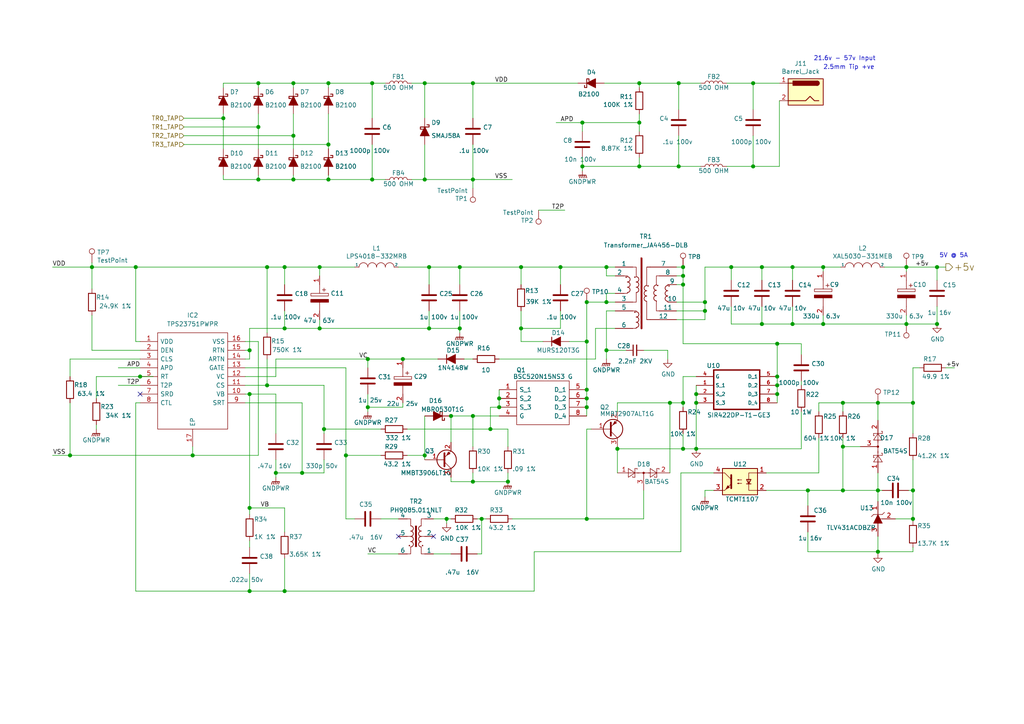
<source format=kicad_sch>
(kicad_sch (version 20201015) (generator eeschema)
  (page 1 8)
  (paper "A4")
  (title_block (title "AP3000v3") (date "2020-10-27") (rev "1") (company "(c) ISis ImageStream Internet Solutions 2020") (comment 1 "www.imagestream.com"))
  (junction (at 20.32 132.08) (diameter 1.016))
  (junction (at 26.67 77.47) (diameter 1.016))
  (junction (at 39.37 77.47) (diameter 1.016))
  (junction (at 40.64 109.22) (diameter 1.016))
  (junction (at 55.88 132.08) (diameter 1.016))
  (junction (at 64.77 34.29) (diameter 1.016))
  (junction (at 72.39 101.6) (diameter 1.016))
  (junction (at 72.39 114.3) (diameter 1.016))
  (junction (at 72.39 147.32) (diameter 1.016))
  (junction (at 72.39 171.45) (diameter 1.016))
  (junction (at 74.93 24.13) (diameter 1.016))
  (junction (at 74.93 36.83) (diameter 1.016))
  (junction (at 74.93 52.07) (diameter 1.016))
  (junction (at 77.47 77.47) (diameter 1.016))
  (junction (at 77.47 111.76) (diameter 1.016))
  (junction (at 80.01 137.16) (diameter 1.016))
  (junction (at 82.55 77.47) (diameter 1.016))
  (junction (at 82.55 95.25) (diameter 1.016))
  (junction (at 82.55 171.45) (diameter 1.016))
  (junction (at 85.09 24.13) (diameter 1.016))
  (junction (at 85.09 39.37) (diameter 1.016))
  (junction (at 85.09 52.07) (diameter 1.016))
  (junction (at 87.63 137.16) (diameter 1.016))
  (junction (at 92.71 77.47) (diameter 1.016))
  (junction (at 92.71 95.25) (diameter 1.016))
  (junction (at 93.98 124.46) (diameter 1.016))
  (junction (at 95.25 24.13) (diameter 1.016))
  (junction (at 95.25 41.91) (diameter 1.016))
  (junction (at 95.25 52.07) (diameter 1.016))
  (junction (at 100.33 132.08) (diameter 1.016))
  (junction (at 106.68 104.14) (diameter 1.016))
  (junction (at 106.68 118.11) (diameter 1.016))
  (junction (at 107.95 24.13) (diameter 1.016))
  (junction (at 107.95 52.07) (diameter 1.016))
  (junction (at 116.84 104.14) (diameter 1.016))
  (junction (at 123.19 24.13) (diameter 1.016))
  (junction (at 123.19 52.07) (diameter 1.016))
  (junction (at 123.19 132.08) (diameter 1.016))
  (junction (at 124.46 77.47) (diameter 1.016))
  (junction (at 124.46 95.25) (diameter 1.016))
  (junction (at 129.54 150.495) (diameter 1.016))
  (junction (at 130.81 120.65) (diameter 1.016))
  (junction (at 133.35 77.47) (diameter 1.016))
  (junction (at 133.35 95.25) (diameter 1.016))
  (junction (at 137.16 24.13) (diameter 1.016))
  (junction (at 137.16 52.07) (diameter 1.016))
  (junction (at 137.16 120.65) (diameter 1.016))
  (junction (at 137.16 139.7) (diameter 1.016))
  (junction (at 139.7 150.495) (diameter 1.016))
  (junction (at 142.24 124.46) (diameter 1.016))
  (junction (at 144.78 115.57) (diameter 1.016))
  (junction (at 144.78 118.11) (diameter 1.016))
  (junction (at 147.32 139.7) (diameter 1.016))
  (junction (at 151.13 77.47) (diameter 1.016))
  (junction (at 151.13 95.25) (diameter 1.016))
  (junction (at 162.56 77.47) (diameter 1.016))
  (junction (at 168.91 35.56) (diameter 1.016))
  (junction (at 168.91 48.26) (diameter 1.016))
  (junction (at 170.18 87.63) (diameter 1.016))
  (junction (at 170.18 99.06) (diameter 1.016))
  (junction (at 170.18 113.03) (diameter 1.016))
  (junction (at 170.18 115.57) (diameter 1.016))
  (junction (at 170.18 118.11) (diameter 1.016))
  (junction (at 170.18 150.495) (diameter 1.016))
  (junction (at 175.895 77.47) (diameter 1.016))
  (junction (at 175.895 87.63) (diameter 1.016))
  (junction (at 175.895 101.6) (diameter 1.016))
  (junction (at 179.07 130.175) (diameter 1.016))
  (junction (at 185.42 24.13) (diameter 1.016))
  (junction (at 185.42 35.56) (diameter 1.016))
  (junction (at 185.42 48.26) (diameter 1.016))
  (junction (at 194.31 116.84) (diameter 1.016))
  (junction (at 196.85 24.13) (diameter 1.016))
  (junction (at 196.85 48.26) (diameter 1.016))
  (junction (at 198.12 77.47) (diameter 1.016))
  (junction (at 198.12 80.01) (diameter 1.016))
  (junction (at 198.12 82.55) (diameter 1.016))
  (junction (at 198.12 116.84) (diameter 1.016))
  (junction (at 198.12 130.175) (diameter 1.016))
  (junction (at 201.93 114.3) (diameter 1.016))
  (junction (at 201.93 116.84) (diameter 1.016))
  (junction (at 201.93 130.175) (diameter 1.016))
  (junction (at 204.47 87.63) (diameter 1.016))
  (junction (at 204.47 90.17) (diameter 1.016))
  (junction (at 212.09 77.47) (diameter 1.016))
  (junction (at 218.44 24.13) (diameter 1.016))
  (junction (at 218.44 48.26) (diameter 1.016))
  (junction (at 220.98 77.47) (diameter 1.016))
  (junction (at 220.98 93.98) (diameter 1.016))
  (junction (at 225.425 99.695) (diameter 1.016))
  (junction (at 225.425 109.22) (diameter 1.016))
  (junction (at 225.425 111.76) (diameter 1.016))
  (junction (at 225.425 114.3) (diameter 1.016))
  (junction (at 229.87 77.47) (diameter 1.016))
  (junction (at 229.87 93.98) (diameter 1.016))
  (junction (at 234.315 142.24) (diameter 1.016))
  (junction (at 238.76 77.47) (diameter 1.016))
  (junction (at 238.76 93.98) (diameter 1.016))
  (junction (at 244.475 116.84) (diameter 1.016))
  (junction (at 244.475 129.54) (diameter 1.016))
  (junction (at 244.475 142.24) (diameter 1.016))
  (junction (at 254.635 116.84) (diameter 1.016))
  (junction (at 254.635 142.24) (diameter 1.016))
  (junction (at 254.635 160.02) (diameter 1.016))
  (junction (at 262.89 77.47) (diameter 1.016))
  (junction (at 262.89 93.98) (diameter 1.016))
  (junction (at 264.795 116.84) (diameter 1.016))
  (junction (at 264.795 142.24) (diameter 1.016))
  (junction (at 264.795 150.495) (diameter 1.016))
  (junction (at 271.78 77.47) (diameter 1.016))
  (junction (at 271.78 93.98) (diameter 1.016))
  (no_connect (at 125.73 155.575))
  (no_connect (at 115.57 155.575))
  (no_connect (at 40.64 114.3))
  (wire (pts (xy 15.24 77.47) (xy 26.67 77.47)))
  (wire (pts (xy 15.24 132.08) (xy 20.32 132.08)))
  (wire (pts (xy 20.32 104.14) (xy 40.64 104.14)))
  (wire (pts (xy 20.32 109.22) (xy 20.32 104.14)))
  (wire (pts (xy 20.32 116.84) (xy 20.32 132.08)))
  (wire (pts (xy 20.32 132.08) (xy 55.88 132.08)))
  (wire (pts (xy 26.67 76.2) (xy 26.67 77.47)))
  (wire (pts (xy 26.67 77.47) (xy 26.67 83.82)))
  (wire (pts (xy 26.67 77.47) (xy 39.37 77.47)))
  (wire (pts (xy 26.67 91.44) (xy 26.67 101.6)))
  (wire (pts (xy 26.67 101.6) (xy 40.64 101.6)))
  (wire (pts (xy 27.94 109.22) (xy 40.64 109.22)))
  (wire (pts (xy 27.94 115.57) (xy 27.94 109.22)))
  (wire (pts (xy 27.94 123.19) (xy 27.94 124.46)))
  (wire (pts (xy 34.29 106.68) (xy 40.64 106.68)))
  (wire (pts (xy 34.29 111.76) (xy 40.64 111.76)))
  (wire (pts (xy 39.37 77.47) (xy 77.47 77.47)))
  (wire (pts (xy 39.37 99.06) (xy 39.37 77.47)))
  (wire (pts (xy 39.37 116.84) (xy 39.37 171.45)))
  (wire (pts (xy 39.37 171.45) (xy 72.39 171.45)))
  (wire (pts (xy 40.64 99.06) (xy 39.37 99.06)))
  (wire (pts (xy 40.64 116.84) (xy 39.37 116.84)))
  (wire (pts (xy 44.45 109.22) (xy 40.64 109.22)))
  (wire (pts (xy 53.34 34.29) (xy 64.77 34.29)))
  (wire (pts (xy 53.34 36.83) (xy 74.93 36.83)))
  (wire (pts (xy 53.34 39.37) (xy 85.09 39.37)))
  (wire (pts (xy 53.34 41.91) (xy 95.25 41.91)))
  (wire (pts (xy 55.88 132.08) (xy 55.88 129.54)))
  (wire (pts (xy 64.77 24.13) (xy 74.93 24.13)))
  (wire (pts (xy 64.77 25.4) (xy 64.77 24.13)))
  (wire (pts (xy 64.77 34.29) (xy 64.77 33.02)))
  (wire (pts (xy 64.77 34.29) (xy 64.77 43.18)))
  (wire (pts (xy 64.77 50.8) (xy 64.77 52.07)))
  (wire (pts (xy 64.77 52.07) (xy 74.93 52.07)))
  (wire (pts (xy 71.12 99.06) (xy 74.93 99.06)))
  (wire (pts (xy 71.12 104.14) (xy 72.39 104.14)))
  (wire (pts (xy 71.12 114.3) (xy 72.39 114.3)))
  (wire (pts (xy 71.12 116.84) (xy 87.63 116.84)))
  (wire (pts (xy 72.39 95.25) (xy 82.55 95.25)))
  (wire (pts (xy 72.39 101.6) (xy 71.12 101.6)))
  (wire (pts (xy 72.39 101.6) (xy 72.39 95.25)))
  (wire (pts (xy 72.39 104.14) (xy 72.39 101.6)))
  (wire (pts (xy 72.39 114.3) (xy 72.39 147.32)))
  (wire (pts (xy 72.39 114.3) (xy 80.01 114.3)))
  (wire (pts (xy 72.39 147.32) (xy 72.39 149.225)))
  (wire (pts (xy 72.39 147.32) (xy 82.55 147.32)))
  (wire (pts (xy 72.39 156.845) (xy 72.39 158.75)))
  (wire (pts (xy 72.39 166.37) (xy 72.39 171.45)))
  (wire (pts (xy 72.39 171.45) (xy 82.55 171.45)))
  (wire (pts (xy 74.93 24.13) (xy 74.93 25.4)))
  (wire (pts (xy 74.93 24.13) (xy 85.09 24.13)))
  (wire (pts (xy 74.93 33.02) (xy 74.93 36.83)))
  (wire (pts (xy 74.93 36.83) (xy 74.93 43.18)))
  (wire (pts (xy 74.93 50.8) (xy 74.93 52.07)))
  (wire (pts (xy 74.93 52.07) (xy 85.09 52.07)))
  (wire (pts (xy 74.93 99.06) (xy 74.93 132.08)))
  (wire (pts (xy 74.93 132.08) (xy 55.88 132.08)))
  (wire (pts (xy 77.47 77.47) (xy 77.47 96.52)))
  (wire (pts (xy 77.47 77.47) (xy 82.55 77.47)))
  (wire (pts (xy 77.47 104.14) (xy 77.47 111.76)))
  (wire (pts (xy 77.47 111.76) (xy 71.12 111.76)))
  (wire (pts (xy 77.47 111.76) (xy 93.98 111.76)))
  (wire (pts (xy 80.01 104.14) (xy 80.01 109.22)))
  (wire (pts (xy 80.01 109.22) (xy 71.12 109.22)))
  (wire (pts (xy 80.01 114.3) (xy 80.01 125.73)))
  (wire (pts (xy 80.01 133.35) (xy 80.01 137.16)))
  (wire (pts (xy 80.01 137.16) (xy 80.01 138.43)))
  (wire (pts (xy 82.55 77.47) (xy 82.55 82.55)))
  (wire (pts (xy 82.55 77.47) (xy 92.71 77.47)))
  (wire (pts (xy 82.55 95.25) (xy 82.55 90.17)))
  (wire (pts (xy 82.55 95.25) (xy 92.71 95.25)))
  (wire (pts (xy 82.55 147.32) (xy 82.55 154.305)))
  (wire (pts (xy 82.55 161.925) (xy 82.55 171.45)))
  (wire (pts (xy 82.55 171.45) (xy 154.94 171.45)))
  (wire (pts (xy 85.09 24.13) (xy 85.09 25.4)))
  (wire (pts (xy 85.09 24.13) (xy 95.25 24.13)))
  (wire (pts (xy 85.09 33.02) (xy 85.09 39.37)))
  (wire (pts (xy 85.09 39.37) (xy 85.09 43.18)))
  (wire (pts (xy 85.09 50.8) (xy 85.09 52.07)))
  (wire (pts (xy 85.09 52.07) (xy 95.25 52.07)))
  (wire (pts (xy 87.63 116.84) (xy 87.63 137.16)))
  (wire (pts (xy 87.63 137.16) (xy 80.01 137.16)))
  (wire (pts (xy 92.71 77.47) (xy 92.71 80.01)))
  (wire (pts (xy 92.71 77.47) (xy 102.87 77.47)))
  (wire (pts (xy 92.71 95.25) (xy 92.71 92.71)))
  (wire (pts (xy 92.71 95.25) (xy 124.46 95.25)))
  (wire (pts (xy 93.98 111.76) (xy 93.98 124.46)))
  (wire (pts (xy 93.98 124.46) (xy 93.98 125.73)))
  (wire (pts (xy 93.98 124.46) (xy 110.49 124.46)))
  (wire (pts (xy 93.98 133.35) (xy 93.98 137.16)))
  (wire (pts (xy 93.98 137.16) (xy 87.63 137.16)))
  (wire (pts (xy 95.25 24.13) (xy 95.25 25.4)))
  (wire (pts (xy 95.25 24.13) (xy 107.95 24.13)))
  (wire (pts (xy 95.25 33.02) (xy 95.25 41.91)))
  (wire (pts (xy 95.25 41.91) (xy 95.25 43.18)))
  (wire (pts (xy 95.25 50.8) (xy 95.25 52.07)))
  (wire (pts (xy 95.25 52.07) (xy 107.95 52.07)))
  (wire (pts (xy 100.33 106.68) (xy 71.12 106.68)))
  (wire (pts (xy 100.33 132.08) (xy 100.33 106.68)))
  (wire (pts (xy 100.33 150.495) (xy 100.33 132.08)))
  (wire (pts (xy 102.87 150.495) (xy 100.33 150.495)))
  (wire (pts (xy 106.68 104.14) (xy 80.01 104.14)))
  (wire (pts (xy 106.68 104.14) (xy 106.68 106.68)))
  (wire (pts (xy 106.68 118.11) (xy 106.68 114.3)))
  (wire (pts (xy 106.68 118.11) (xy 106.68 119.38)))
  (wire (pts (xy 106.68 160.655) (xy 115.57 160.655)))
  (wire (pts (xy 107.95 24.13) (xy 107.95 34.29)))
  (wire (pts (xy 107.95 24.13) (xy 111.76 24.13)))
  (wire (pts (xy 107.95 41.91) (xy 107.95 52.07)))
  (wire (pts (xy 107.95 52.07) (xy 111.76 52.07)))
  (wire (pts (xy 110.49 132.08) (xy 100.33 132.08)))
  (wire (pts (xy 110.49 150.495) (xy 115.57 150.495)))
  (wire (pts (xy 115.57 77.47) (xy 124.46 77.47)))
  (wire (pts (xy 116.84 104.14) (xy 106.68 104.14)))
  (wire (pts (xy 116.84 104.14) (xy 127 104.14)))
  (wire (pts (xy 116.84 116.84) (xy 116.84 118.11)))
  (wire (pts (xy 116.84 118.11) (xy 106.68 118.11)))
  (wire (pts (xy 118.11 124.46) (xy 142.24 124.46)))
  (wire (pts (xy 118.11 132.08) (xy 123.19 132.08)))
  (wire (pts (xy 119.38 24.13) (xy 123.19 24.13)))
  (wire (pts (xy 123.19 24.13) (xy 123.19 34.29)))
  (wire (pts (xy 123.19 24.13) (xy 137.16 24.13)))
  (wire (pts (xy 123.19 41.91) (xy 123.19 52.07)))
  (wire (pts (xy 123.19 52.07) (xy 119.38 52.07)))
  (wire (pts (xy 123.19 132.08) (xy 123.19 120.65)))
  (wire (pts (xy 123.19 132.08) (xy 123.19 133.35)))
  (wire (pts (xy 124.46 77.47) (xy 124.46 82.55)))
  (wire (pts (xy 124.46 95.25) (xy 124.46 90.17)))
  (wire (pts (xy 124.46 95.25) (xy 133.35 95.25)))
  (wire (pts (xy 125.73 150.495) (xy 129.54 150.495)))
  (wire (pts (xy 125.73 160.655) (xy 130.81 160.655)))
  (wire (pts (xy 129.54 150.495) (xy 129.54 151.765)))
  (wire (pts (xy 129.54 150.495) (xy 130.81 150.495)))
  (wire (pts (xy 130.81 120.65) (xy 130.81 128.27)))
  (wire (pts (xy 130.81 120.65) (xy 137.16 120.65)))
  (wire (pts (xy 130.81 138.43) (xy 130.81 139.7)))
  (wire (pts (xy 130.81 139.7) (xy 137.16 139.7)))
  (wire (pts (xy 133.35 77.47) (xy 124.46 77.47)))
  (wire (pts (xy 133.35 77.47) (xy 151.13 77.47)))
  (wire (pts (xy 133.35 82.55) (xy 133.35 77.47)))
  (wire (pts (xy 133.35 95.25) (xy 133.35 90.17)))
  (wire (pts (xy 133.35 95.25) (xy 133.35 96.52)))
  (wire (pts (xy 134.62 104.14) (xy 137.16 104.14)))
  (wire (pts (xy 137.16 24.13) (xy 167.64 24.13)))
  (wire (pts (xy 137.16 34.29) (xy 137.16 24.13)))
  (wire (pts (xy 137.16 41.91) (xy 137.16 52.07)))
  (wire (pts (xy 137.16 52.07) (xy 123.19 52.07)))
  (wire (pts (xy 137.16 52.07) (xy 137.16 54.61)))
  (wire (pts (xy 137.16 52.07) (xy 148.59 52.07)))
  (wire (pts (xy 137.16 120.65) (xy 137.16 129.54)))
  (wire (pts (xy 137.16 120.65) (xy 144.78 120.65)))
  (wire (pts (xy 137.16 137.16) (xy 137.16 139.7)))
  (wire (pts (xy 137.16 139.7) (xy 147.32 139.7)))
  (wire (pts (xy 138.43 150.495) (xy 139.7 150.495)))
  (wire (pts (xy 138.43 160.655) (xy 139.7 160.655)))
  (wire (pts (xy 139.7 150.495) (xy 140.97 150.495)))
  (wire (pts (xy 139.7 160.655) (xy 139.7 150.495)))
  (wire (pts (xy 142.24 118.11) (xy 142.24 124.46)))
  (wire (pts (xy 142.24 118.11) (xy 144.78 118.11)))
  (wire (pts (xy 142.24 124.46) (xy 147.32 124.46)))
  (wire (pts (xy 144.78 113.03) (xy 144.78 115.57)))
  (wire (pts (xy 144.78 115.57) (xy 144.78 118.11)))
  (wire (pts (xy 144.78 118.11) (xy 148.59 118.11)))
  (wire (pts (xy 147.32 124.46) (xy 147.32 129.54)))
  (wire (pts (xy 147.32 137.16) (xy 147.32 139.7)))
  (wire (pts (xy 148.59 150.495) (xy 170.18 150.495)))
  (wire (pts (xy 151.13 77.47) (xy 151.13 82.55)))
  (wire (pts (xy 151.13 90.17) (xy 151.13 95.25)))
  (wire (pts (xy 151.13 95.25) (xy 162.56 95.25)))
  (wire (pts (xy 151.13 99.06) (xy 151.13 95.25)))
  (wire (pts (xy 154.94 171.45) (xy 154.94 160.02)))
  (wire (pts (xy 156.21 60.96) (xy 163.83 60.96)))
  (wire (pts (xy 157.48 99.06) (xy 151.13 99.06)))
  (wire (pts (xy 162.56 77.47) (xy 151.13 77.47)))
  (wire (pts (xy 162.56 77.47) (xy 175.895 77.47)))
  (wire (pts (xy 162.56 82.55) (xy 162.56 77.47)))
  (wire (pts (xy 162.56 95.25) (xy 162.56 90.17)))
  (wire (pts (xy 168.91 35.56) (xy 161.29 35.56)))
  (wire (pts (xy 168.91 35.56) (xy 185.42 35.56)))
  (wire (pts (xy 168.91 38.1) (xy 168.91 35.56)))
  (wire (pts (xy 168.91 45.72) (xy 168.91 48.26)))
  (wire (pts (xy 168.91 48.26) (xy 168.91 49.53)))
  (wire (pts (xy 168.91 48.26) (xy 185.42 48.26)))
  (wire (pts (xy 170.18 87.63) (xy 170.18 99.06)))
  (wire (pts (xy 170.18 99.06) (xy 165.1 99.06)))
  (wire (pts (xy 170.18 99.06) (xy 170.18 113.03)))
  (wire (pts (xy 170.18 113.03) (xy 170.18 115.57)))
  (wire (pts (xy 170.18 115.57) (xy 170.18 118.11)))
  (wire (pts (xy 170.18 118.11) (xy 170.18 120.65)))
  (wire (pts (xy 170.18 124.46) (xy 170.18 150.495)))
  (wire (pts (xy 170.18 124.46) (xy 171.45 124.46)))
  (wire (pts (xy 170.18 150.495) (xy 186.69 150.495)))
  (wire (pts (xy 172.72 95.25) (xy 172.72 104.14)))
  (wire (pts (xy 172.72 104.14) (xy 144.78 104.14)))
  (wire (pts (xy 175.895 77.47) (xy 178.435 77.47)))
  (wire (pts (xy 175.895 80.01) (xy 175.895 77.47)))
  (wire (pts (xy 175.895 85.09) (xy 175.895 87.63)))
  (wire (pts (xy 175.895 87.63) (xy 170.18 87.63)))
  (wire (pts (xy 175.895 90.17) (xy 175.895 101.6)))
  (wire (pts (xy 175.895 101.6) (xy 175.895 104.14)))
  (wire (pts (xy 175.895 101.6) (xy 181.61 101.6)))
  (wire (pts (xy 178.435 80.01) (xy 175.895 80.01)))
  (wire (pts (xy 178.435 85.09) (xy 175.895 85.09)))
  (wire (pts (xy 178.435 87.63) (xy 175.895 87.63)))
  (wire (pts (xy 178.435 90.17) (xy 175.895 90.17)))
  (wire (pts (xy 178.435 95.25) (xy 172.72 95.25)))
  (wire (pts (xy 179.07 116.84) (xy 179.07 119.38)))
  (wire (pts (xy 179.07 116.84) (xy 194.31 116.84)))
  (wire (pts (xy 179.07 130.175) (xy 179.07 129.54)))
  (wire (pts (xy 179.07 130.175) (xy 179.07 137.16)))
  (wire (pts (xy 185.42 24.13) (xy 175.26 24.13)))
  (wire (pts (xy 185.42 24.13) (xy 185.42 25.4)))
  (wire (pts (xy 185.42 33.02) (xy 185.42 35.56)))
  (wire (pts (xy 185.42 35.56) (xy 185.42 38.1)))
  (wire (pts (xy 185.42 45.72) (xy 185.42 48.26)))
  (wire (pts (xy 185.42 48.26) (xy 196.85 48.26)))
  (wire (pts (xy 186.69 101.6) (xy 193.675 101.6)))
  (wire (pts (xy 186.69 142.24) (xy 186.69 150.495)))
  (wire (pts (xy 193.675 101.6) (xy 193.675 104.14)))
  (wire (pts (xy 194.31 116.84) (xy 198.12 116.84)))
  (wire (pts (xy 194.31 137.16) (xy 194.31 116.84)))
  (wire (pts (xy 196.215 80.01) (xy 198.12 80.01)))
  (wire (pts (xy 196.215 82.55) (xy 198.12 82.55)))
  (wire (pts (xy 196.215 87.63) (xy 204.47 87.63)))
  (wire (pts (xy 196.215 90.17) (xy 204.47 90.17)))
  (wire (pts (xy 196.215 92.71) (xy 204.47 92.71)))
  (wire (pts (xy 196.85 24.13) (xy 185.42 24.13)))
  (wire (pts (xy 196.85 24.13) (xy 196.85 31.75)))
  (wire (pts (xy 196.85 39.37) (xy 196.85 48.26)))
  (wire (pts (xy 196.85 48.26) (xy 203.2 48.26)))
  (wire (pts (xy 197.485 137.16) (xy 197.485 160.02)))
  (wire (pts (xy 197.485 160.02) (xy 154.94 160.02)))
  (wire (pts (xy 198.12 77.47) (xy 196.215 77.47)))
  (wire (pts (xy 198.12 80.01) (xy 198.12 77.47)))
  (wire (pts (xy 198.12 82.55) (xy 198.12 80.01)))
  (wire (pts (xy 198.12 99.695) (xy 198.12 82.55)))
  (wire (pts (xy 198.12 99.695) (xy 225.425 99.695)))
  (wire (pts (xy 198.12 109.22) (xy 198.12 116.84)))
  (wire (pts (xy 198.12 118.11) (xy 198.12 116.84)))
  (wire (pts (xy 198.12 125.73) (xy 198.12 130.175)))
  (wire (pts (xy 198.12 130.175) (xy 179.07 130.175)))
  (wire (pts (xy 198.12 130.175) (xy 201.93 130.175)))
  (wire (pts (xy 201.93 109.22) (xy 198.12 109.22)))
  (wire (pts (xy 201.93 111.76) (xy 201.93 114.3)))
  (wire (pts (xy 201.93 114.3) (xy 201.93 116.84)))
  (wire (pts (xy 201.93 116.84) (xy 201.93 130.175)))
  (wire (pts (xy 201.93 130.175) (xy 232.41 130.175)))
  (wire (pts (xy 203.2 24.13) (xy 196.85 24.13)))
  (wire (pts (xy 204.47 77.47) (xy 212.09 77.47)))
  (wire (pts (xy 204.47 87.63) (xy 204.47 77.47)))
  (wire (pts (xy 204.47 90.17) (xy 204.47 87.63)))
  (wire (pts (xy 204.47 92.71) (xy 204.47 90.17)))
  (wire (pts (xy 204.47 142.24) (xy 204.47 144.145)))
  (wire (pts (xy 207.01 137.16) (xy 197.485 137.16)))
  (wire (pts (xy 207.01 142.24) (xy 204.47 142.24)))
  (wire (pts (xy 212.09 77.47) (xy 212.09 81.28)))
  (wire (pts (xy 212.09 77.47) (xy 220.98 77.47)))
  (wire (pts (xy 212.09 88.9) (xy 212.09 93.98)))
  (wire (pts (xy 212.09 93.98) (xy 220.98 93.98)))
  (wire (pts (xy 218.44 24.13) (xy 210.82 24.13)))
  (wire (pts (xy 218.44 24.13) (xy 218.44 31.75)))
  (wire (pts (xy 218.44 39.37) (xy 218.44 48.26)))
  (wire (pts (xy 218.44 48.26) (xy 210.82 48.26)))
  (wire (pts (xy 220.98 77.47) (xy 220.98 81.28)))
  (wire (pts (xy 220.98 77.47) (xy 229.87 77.47)))
  (wire (pts (xy 220.98 88.9) (xy 220.98 93.98)))
  (wire (pts (xy 220.98 93.98) (xy 229.87 93.98)))
  (wire (pts (xy 222.25 142.24) (xy 234.315 142.24)))
  (wire (pts (xy 225.425 99.695) (xy 225.425 109.22)))
  (wire (pts (xy 225.425 109.22) (xy 225.425 111.76)))
  (wire (pts (xy 225.425 111.76) (xy 225.425 114.3)))
  (wire (pts (xy 225.425 114.3) (xy 225.425 116.84)))
  (wire (pts (xy 226.06 24.13) (xy 218.44 24.13)))
  (wire (pts (xy 226.06 29.21) (xy 226.06 48.26)))
  (wire (pts (xy 226.06 48.26) (xy 218.44 48.26)))
  (wire (pts (xy 229.87 77.47) (xy 229.87 81.28)))
  (wire (pts (xy 229.87 77.47) (xy 238.76 77.47)))
  (wire (pts (xy 229.87 88.9) (xy 229.87 93.98)))
  (wire (pts (xy 229.87 93.98) (xy 238.76 93.98)))
  (wire (pts (xy 232.41 99.695) (xy 225.425 99.695)))
  (wire (pts (xy 232.41 102.87) (xy 232.41 99.695)))
  (wire (pts (xy 232.41 110.49) (xy 232.41 111.76)))
  (wire (pts (xy 232.41 119.38) (xy 232.41 130.175)))
  (wire (pts (xy 234.315 142.24) (xy 234.315 146.685)))
  (wire (pts (xy 234.315 142.24) (xy 244.475 142.24)))
  (wire (pts (xy 234.315 154.305) (xy 234.315 160.02)))
  (wire (pts (xy 234.315 160.02) (xy 254.635 160.02)))
  (wire (pts (xy 237.49 116.84) (xy 237.49 119.38)))
  (wire (pts (xy 237.49 116.84) (xy 244.475 116.84)))
  (wire (pts (xy 237.49 127) (xy 237.49 137.16)))
  (wire (pts (xy 237.49 137.16) (xy 222.25 137.16)))
  (wire (pts (xy 238.76 77.47) (xy 238.76 78.74)))
  (wire (pts (xy 238.76 77.47) (xy 243.84 77.47)))
  (wire (pts (xy 238.76 91.44) (xy 238.76 93.98)))
  (wire (pts (xy 238.76 93.98) (xy 262.89 93.98)))
  (wire (pts (xy 244.475 116.84) (xy 254.635 116.84)))
  (wire (pts (xy 244.475 119.38) (xy 244.475 116.84)))
  (wire (pts (xy 244.475 127) (xy 244.475 129.54)))
  (wire (pts (xy 244.475 129.54) (xy 244.475 142.24)))
  (wire (pts (xy 244.475 129.54) (xy 249.555 129.54)))
  (wire (pts (xy 244.475 142.24) (xy 254.635 142.24)))
  (wire (pts (xy 254.635 116.84) (xy 254.635 121.92)))
  (wire (pts (xy 254.635 116.84) (xy 264.795 116.84)))
  (wire (pts (xy 254.635 137.16) (xy 254.635 142.24)))
  (wire (pts (xy 254.635 142.24) (xy 254.635 145.415)))
  (wire (pts (xy 254.635 155.575) (xy 254.635 160.02)))
  (wire (pts (xy 254.635 160.02) (xy 254.635 160.655)))
  (wire (pts (xy 255.905 142.24) (xy 254.635 142.24)))
  (wire (pts (xy 256.54 77.47) (xy 262.89 77.47)))
  (wire (pts (xy 259.715 150.495) (xy 264.795 150.495)))
  (wire (pts (xy 262.89 77.47) (xy 262.89 78.74)))
  (wire (pts (xy 262.89 91.44) (xy 262.89 93.98)))
  (wire (pts (xy 262.89 93.98) (xy 271.78 93.98)))
  (wire (pts (xy 263.525 142.24) (xy 264.795 142.24)))
  (wire (pts (xy 264.795 106.68) (xy 264.795 116.84)))
  (wire (pts (xy 264.795 106.68) (xy 266.7 106.68)))
  (wire (pts (xy 264.795 116.84) (xy 264.795 125.73)))
  (wire (pts (xy 264.795 133.35) (xy 264.795 142.24)))
  (wire (pts (xy 264.795 142.24) (xy 264.795 150.495)))
  (wire (pts (xy 264.795 150.495) (xy 264.795 151.13)))
  (wire (pts (xy 264.795 158.75) (xy 264.795 160.02)))
  (wire (pts (xy 264.795 160.02) (xy 254.635 160.02)))
  (wire (pts (xy 271.78 77.47) (xy 262.89 77.47)))
  (wire (pts (xy 271.78 77.47) (xy 274.32 77.47)))
  (wire (pts (xy 271.78 81.28) (xy 271.78 77.47)))
  (wire (pts (xy 271.78 93.98) (xy 271.78 88.9)))
  (wire (pts (xy 274.32 106.68) (xy 276.86 106.68)))
  (text "2.5mm Tip +ve" (at 238.76 20.32 0) (effects (font (size 1.27 1.27)) (justify left bottom)))
  (text "21.6v - 57v Input" (at 254 17.78 180) (effects (font (size 1.27 1.27)) (justify right bottom)))
  (text "5V @ 5A" (at 272.415 74.93 0) (effects (font (size 1.27 1.27)) (justify left bottom)))
  (label "VDD" (at 19.05 77.47 180))
  (label "VSS" (at 19.05 132.08 180))
  (label "APD" (at 36.83 106.68 0))
  (label "T2P" (at 36.83 111.76 0))
  (label "VB" (at 78.105 147.32 180))
  (label "VC" (at 106.68 104.14 180))
  (label "VC" (at 109.22 160.655 180))
  (label "VDD" (at 143.51 24.13 0))
  (label "VSS" (at 143.51 52.07 0))
  (label "T2P" (at 160.02 60.96 0))
  (label "APD" (at 166.37 35.56 180))
  (label "+5v" (at 265.43 77.47 0))
  (label "+5v" (at 274.32 106.68 0))
  (hierarchical_label "TR0_TAP" (shape input) (at 53.34 34.29 180))
  (hierarchical_label "TR1_TAP" (shape input) (at 53.34 36.83 180))
  (hierarchical_label "TR2_TAP" (shape input) (at 53.34 39.37 180))
  (hierarchical_label "TR3_TAP" (shape input) (at 53.34 41.91 180))
  (hierarchical_label "+5v" (shape output) (at 274.32 77.47 0) (effects (font (size 2.0066 2.0066))))
  (symbol (lib_id "Connector:TestPoint") (at 26.67 76.2 0) (unit 1)
    (property "Reference" "TP7" (at 28.1432 73.2028 0) (effects (justify left)))
    (property "Value" "TestPoint" (at 28.1432 75.5142 0) (effects (justify left)))
    (property "Footprint" "TestPoint:TestPoint_Pad_2.0x2.0mm" (effects hide))
    (property "Field4" "nf" (effects hide))
    (property "Field5" "nf" (effects hide))
    (property "Field6" "nf" (effects hide))
    (property "Field7" "nf" (effects hide))
  )
  (symbol (lib_id "Connector:TestPoint") (at 137.16 54.61 180) (unit 1)
    (property "Reference" "TP1" (at 135.6868 57.6072 0) (effects (justify left)))
    (property "Value" "TestPoint" (at 135.6868 55.2958 0) (effects (justify left)))
    (property "Footprint" "TestPoint:TestPoint_Pad_2.0x2.0mm" (effects hide))
    (property "Field4" "nf" (effects hide))
    (property "Field5" "nf" (effects hide))
    (property "Field6" "nf" (effects hide))
    (property "Field7" "nf" (effects hide))
  )
  (symbol (lib_id "Connector:TestPoint") (at 156.21 60.96 180) (unit 1)
    (property "Reference" "TP2" (at 154.7368 63.9572 0) (effects (justify left)))
    (property "Value" "TestPoint" (at 154.7368 61.6458 0) (effects (justify left)))
    (property "Footprint" "TestPoint:TestPoint_Pad_2.0x2.0mm" (effects hide))
    (property "Field4" "nf" (effects hide))
    (property "Field5" "nf" (effects hide))
    (property "Field6" "nf" (effects hide))
    (property "Field7" "nf" (effects hide))
  )
  (symbol (lib_id "Connector:TestPoint") (at 170.18 87.63 0) (unit 1)
    (property "Reference" "TP10" (at 171.6532 84.6328 0) (effects (justify left)))
    (property "Value" "TestPoint" (effects hide))
    (property "Footprint" "TestPoint:TestPoint_Pad_2.0x2.0mm" (effects hide))
    (property "Field4" "nf" (effects hide))
    (property "Field5" "nf" (effects hide))
    (property "Field6" "nf" (effects hide))
    (property "Field7" "nf" (effects hide))
  )
  (symbol (lib_id "Connector:TestPoint") (at 198.12 77.47 0) (unit 1)
    (property "Reference" "TP8" (at 199.5932 74.4728 0) (effects (justify left)))
    (property "Value" "TestPoint" (effects hide))
    (property "Footprint" "TestPoint:TestPoint_Pad_2.0x2.0mm" (effects hide))
    (property "Field4" "nf" (effects hide))
    (property "Field5" "nf" (effects hide))
    (property "Field6" "nf" (effects hide))
    (property "Field7" "nf" (effects hide))
  )
  (symbol (lib_id "Connector:TestPoint") (at 254.635 116.84 0) (unit 1)
    (property "Reference" "TP12" (at 256.1082 113.8428 0) (effects (justify left)))
    (property "Value" "TestPoint" (effects hide))
    (property "Footprint" "TestPoint:TestPoint_Pad_2.0x2.0mm" (effects hide))
    (property "Field4" "nf" (effects hide))
    (property "Field5" "nf" (effects hide))
    (property "Field6" "nf" (effects hide))
    (property "Field7" "nf" (effects hide))
  )
  (symbol (lib_id "Connector:TestPoint") (at 262.89 77.47 0) (unit 1)
    (property "Reference" "TP9" (at 264.3632 74.4728 0) (effects (justify left)))
    (property "Value" "TestPoint" (effects hide))
    (property "Footprint" "TestPoint:TestPoint_Pad_2.0x2.0mm" (effects hide))
    (property "Field4" "nf" (effects hide))
    (property "Field5" "nf" (effects hide))
    (property "Field6" "nf" (effects hide))
    (property "Field7" "nf" (effects hide))
  )
  (symbol (lib_id "Connector:TestPoint") (at 262.89 93.98 180) (unit 1)
    (property "Reference" "TP11" (at 261.4168 96.9772 0) (effects (justify left)))
    (property "Value" "TestPoint" (effects hide))
    (property "Footprint" "TestPoint:TestPoint_Pad_2.0x2.0mm" (effects hide))
    (property "Field4" "nf" (effects hide))
    (property "Field5" "nf" (effects hide))
    (property "Field6" "nf" (effects hide))
    (property "Field7" "nf" (effects hide))
  )
  (symbol (lib_id "power:GNDPWR") (at 27.94 124.46 0) (unit 1)
    (property "Reference" "#PWR0122" (effects hide))
    (property "Value" "GNDPWR" (at 27.94 127.635 0))
  )
  (symbol (lib_id "power:GNDPWR") (at 80.01 138.43 0) (unit 1)
    (property "Reference" "#PWR0128" (effects hide))
    (property "Value" "GNDPWR" (at 80.01 141.605 0))
  )
  (symbol (lib_id "power:GNDPWR") (at 106.68 119.38 0) (unit 1)
    (property "Reference" "#PWR0116" (effects hide))
    (property "Value" "GNDPWR" (at 106.68 122.555 0))
  )
  (symbol (lib_id "power:GNDPWR") (at 133.35 96.52 0) (unit 1)
    (property "Reference" "#PWR0129" (effects hide))
    (property "Value" "GNDPWR" (at 133.35 99.695 0))
  )
  (symbol (lib_id "power:GNDPWR") (at 147.32 139.7 0) (unit 1)
    (property "Reference" "#PWR0119" (effects hide))
    (property "Value" "GNDPWR" (at 147.32 142.875 0))
  )
  (symbol (lib_id "power:GNDPWR") (at 168.91 49.53 0) (mirror y) (unit 1)
    (property "Reference" "#PWR0135" (effects hide))
    (property "Value" "GNDPWR" (at 168.91 52.705 0))
  )
  (symbol (lib_id "power:GNDPWR") (at 175.895 104.14 0) (unit 1)
    (property "Reference" "#PWR0112" (effects hide))
    (property "Value" "GNDPWR" (at 175.895 107.315 0))
  )
  (symbol (lib_id "power:GNDPWR") (at 204.47 144.145 0) (unit 1)
    (property "Reference" "#PWR0117" (effects hide))
    (property "Value" "GNDPWR" (at 204.47 147.32 0))
  )
  (symbol (lib_id "Device:L") (at 115.57 24.13 90) (unit 1)
    (property "Reference" "FB1" (at 115.57 22.225 90))
    (property "Value" "500 OHM" (at 115.57 25.4 90))
    (property "Footprint" "Inductor_SMD:L_1206_3216Metric" (effects hide))
    (property "PartsBoxID" "MI1206L501R-10" (effects hide))
  )
  (symbol (lib_id "Device:L") (at 115.57 52.07 90) (unit 1)
    (property "Reference" "FB4" (at 115.57 50.165 90))
    (property "Value" "500 OHM" (at 115.57 53.34 90))
    (property "Footprint" "Inductor_SMD:L_1206_3216Metric" (effects hide))
    (property "PartsBoxID" "MI1206L501R-10" (effects hide))
  )
  (symbol (lib_id "Device:L") (at 207.01 24.13 270) (mirror x) (unit 1)
    (property "Reference" "FB2" (at 207.01 22.225 90))
    (property "Value" "500 OHM" (at 207.01 25.4 90))
    (property "Footprint" "Inductor_SMD:L_1206_3216Metric" (effects hide))
    (property "PartsBoxID" "MI1206L501R-10" (effects hide))
  )
  (symbol (lib_id "Device:L") (at 207.01 48.26 270) (mirror x) (unit 1)
    (property "Reference" "FB3" (at 207.01 46.355 90))
    (property "Value" "500 OHM" (at 207.01 49.53 90))
    (property "Footprint" "Inductor_SMD:L_1206_3216Metric" (effects hide))
    (property "PartsBoxID" "MI1206L501R-10" (effects hide))
  )
  (symbol (lib_id "power:GND") (at 129.54 151.765 0) (unit 1)
    (property "Reference" "#PWR0120" (effects hide))
    (property "Value" "GND" (at 129.667 156.1592 0))
  )
  (symbol (lib_id "power:GND") (at 193.675 104.14 0) (unit 1)
    (property "Reference" "#PWR0115" (effects hide))
    (property "Value" "GND" (at 193.802 108.5342 0))
  )
  (symbol (lib_id "power:GND") (at 201.93 130.175 0) (unit 1)
    (property "Reference" "#PWR0118" (effects hide))
    (property "Value" "GND" (at 202.057 134.5692 0))
  )
  (symbol (lib_id "power:GND") (at 254.635 160.655 0) (unit 1)
    (property "Reference" "#PWR0121" (effects hide))
    (property "Value" "GND" (at 254.762 165.0492 0))
  )
  (symbol (lib_id "power:GND") (at 271.78 93.98 0) (unit 1)
    (property "Reference" "#PWR0124" (effects hide))
    (property "Value" "GND" (at 271.907 98.3742 0))
  )
  (symbol (lib_id "Device:R") (at 20.32 113.03 0) (mirror y) (unit 1)
    (property "Reference" "R18" (at 25.4 111.633 0) (effects (justify left)))
    (property "Value" "63.4 1%" (at 30.48 114.173 0) (effects (justify left)))
    (property "Footprint" "Resistor_SMD:R_0402_1005Metric" (effects hide))
    (property "Part Description" "Resistor 63.4 0402 1% 100mW" (effects hide))
    (property "PartsBoxID" "0402-63.4-1%-100mW" (effects hide))
  )
  (symbol (lib_id "Device:R") (at 26.67 87.63 0) (mirror y) (unit 1)
    (property "Reference" "R14" (at 31.75 86.233 0) (effects (justify left)))
    (property "Value" "24.9K 1%" (at 38.1 88.773 0) (effects (justify left)))
    (property "Footprint" "Resistor_SMD:R_0603_1608Metric" (effects hide))
    (property "Part Description" "Resistor 24.9K 0603 .1% 63mW" (effects hide))
    (property "PartsBoxID" "0603-24.9K-1%" (effects hide))
  )
  (symbol (lib_id "Device:R") (at 27.94 119.38 0) (mirror y) (unit 1)
    (property "Reference" "R23" (at 33.02 117.983 0) (effects (justify left)))
    (property "Value" "34K 1%" (at 38.1 120.523 0) (effects (justify left)))
    (property "Footprint" "Resistor_SMD:R_0402_1005Metric" (effects hide))
    (property "Field6" "CRCW040248K7FKED" (effects hide))
    (property "Part Description" "Resistor 34K 0402 1% 63mW" (effects hide))
    (property "PartsBoxID" "0402-34K-1%" (effects hide))
  )
  (symbol (lib_id "Device:R") (at 72.39 153.035 0) (mirror x) (unit 1)
    (property "Reference" "R34" (at 73.66 150.622 0) (effects (justify left)))
    (property "Value" "1K 1%" (at 73.66 155.702 0) (effects (justify left)))
    (property "Footprint" "Resistor_SMD:R_0402_1005Metric" (effects hide))
    (property "Part Description" "Resistor 1K 0402 1% 63mW" (effects hide))
    (property "PartsBoxID" "0402-1K-1%" (effects hide))
  )
  (symbol (lib_id "Device:R") (at 77.47 100.33 0) (mirror y) (unit 1)
    (property "Reference" "R15" (at 82.55 98.933 0) (effects (justify left)))
    (property "Value" "750K 1%" (at 87.63 101.473 0) (effects (justify left)))
    (property "Footprint" "Resistor_SMD:R_0402_1005Metric" (effects hide))
    (property "Part Description" "Resistor 750K 0402 1% 63mW" (effects hide))
    (property "PartsBoxID" "0402-750K-1%" (effects hide))
  )
  (symbol (lib_id "Device:R") (at 82.55 158.115 0) (mirror x) (unit 1)
    (property "Reference" "R37" (at 83.82 155.702 0) (effects (justify left)))
    (property "Value" "3.65K 1%" (at 83.82 160.782 0) (effects (justify left)))
    (property "Footprint" "Resistor_SMD:R_0402_1005Metric" (effects hide))
    (property "Part Description" "Resistor 3.65K 0402 1% 63mW" (effects hide))
    (property "PartsBoxID" "0402-3.65K-1%" (effects hide))
  )
  (symbol (lib_id "Device:R") (at 114.3 124.46 90) (mirror x) (unit 1)
    (property "Reference" "R27" (at 115.443 121.92 90) (effects (justify left)))
    (property "Value" "332 1%" (at 119.253 127 90) (effects (justify left)))
    (property "Footprint" "Resistor_SMD:R_0402_1005Metric" (effects hide))
    (property "Part Description" "Resistor 332 0402 1% 63mW" (effects hide))
    (property "PartsBoxID" "0402-332-1%" (effects hide))
  )
  (symbol (lib_id "Device:R") (at 114.3 132.08 90) (mirror x) (unit 1)
    (property "Reference" "R29" (at 115.443 129.54 90) (effects (justify left)))
    (property "Value" "43.2 1%" (at 119.253 134.62 90) (effects (justify left)))
    (property "Footprint" "Resistor_SMD:R_0402_1005Metric" (effects hide))
    (property "Part Description" "Resistor 43.2 0402 1% 63mW" (effects hide))
    (property "PartsBoxID" "0402-43.2-1%" (effects hide))
  )
  (symbol (lib_id "Device:R") (at 134.62 150.495 90) (mirror x) (unit 1)
    (property "Reference" "R32" (at 135.763 147.955 90) (effects (justify left)))
    (property "Value" "10K 1%" (at 139.573 153.035 90) (effects (justify left)))
    (property "Footprint" "Resistor_SMD:R_0402_1005Metric" (effects hide))
    (property "Field6" "CRCW040210K0FKED" (effects hide))
    (property "Part Description" "Resistor 10K 0402 1% 63mW" (effects hide))
    (property "PartsBoxID" "0402-10K-1%" (effects hide))
  )
  (symbol (lib_id "Device:R") (at 137.16 133.35 0) (mirror x) (unit 1)
    (property "Reference" "R30" (at 138.43 130.937 0) (effects (justify left)))
    (property "Value" "10K 1%" (at 138.43 136.017 0) (effects (justify left)))
    (property "Footprint" "Resistor_SMD:R_0402_1005Metric" (effects hide))
    (property "Part Description" "Resistor 10K 0402 1% 63mW" (effects hide))
    (property "PartsBoxID" "0402-10K-1%" (effects hide))
  )
  (symbol (lib_id "Device:R") (at 140.97 104.14 90) (unit 1)
    (property "Reference" "R16" (at 142.24 100.965 90) (effects (justify left)))
    (property "Value" "10" (at 142.24 107.315 90) (effects (justify left)))
    (property "Footprint" "Resistor_SMD:R_0805_2012Metric" (effects hide))
    (property "PartsBoxID" "0805-10R-1%" (effects hide))
    (property "MPN" "-" (effects hide))
    (property "SPR" "-" (effects hide))
    (property "SPN" "-" (effects hide))
    (property "SPURL" "-" (effects hide))
  )
  (symbol (lib_id "Device:R") (at 144.78 150.495 90) (mirror x) (unit 1)
    (property "Reference" "R33" (at 145.923 147.955 90) (effects (justify left)))
    (property "Value" "43.2 1%" (at 149.733 153.035 90) (effects (justify left)))
    (property "Footprint" "Resistor_SMD:R_0402_1005Metric" (effects hide))
    (property "Part Description" "Resistor 43.2 0402 1% 63mW" (effects hide))
    (property "PartsBoxID" "0402-43.2-1%" (effects hide))
  )
  (symbol (lib_id "Device:R") (at 147.32 133.35 0) (mirror x) (unit 1)
    (property "Reference" "R31" (at 148.59 130.937 0) (effects (justify left)))
    (property "Value" ".09 1%" (at 148.59 136.017 0) (effects (justify left)))
    (property "Footprint" "Resistor_SMD:R_0805_2012Metric" (effects hide))
    (property "Part Description" "Resistor .09 0805 1% 500mW" (effects hide))
    (property "PartsBoxID" "580060720008" (effects hide))
  )
  (symbol (lib_id "Device:R") (at 151.13 86.36 0) (mirror y) (unit 1)
    (property "Reference" "R13" (at 156.21 84.328 0) (effects (justify left)))
    (property "Value" "39K 1%" (at 160.02 87.503 0) (effects (justify left)))
    (property "Footprint" "Resistor_SMD:R_0805_2012Metric" (effects hide))
    (property "Part Description" "Resistor 39K 0805 1% 250mW" (effects hide))
    (property "PartsBoxID" "0805-39K-1%-250mW" (effects hide))
  )
  (symbol (lib_id "Device:R") (at 185.42 29.21 0) (mirror y) (unit 1)
    (property "Reference" "R11" (at 183.642 28.0416 0) (effects (justify left)))
    (property "Value" "100K 1%" (at 183.642 30.353 0) (effects (justify left)))
    (property "Footprint" "Resistor_SMD:R_0402_1005Metric" (effects hide))
    (property "Part Description" "Resistor 100K 0402 1% 63mW" (effects hide))
    (property "PartsBoxID" "0402-100K-1%" (effects hide))
  )
  (symbol (lib_id "Device:R") (at 185.42 41.91 0) (mirror y) (unit 1)
    (property "Reference" "R12" (at 183.642 40.7416 0) (effects (justify left)))
    (property "Value" "8.87K 1%" (at 183.642 43.053 0) (effects (justify left)))
    (property "Footprint" "Resistor_SMD:R_0402_1005Metric" (effects hide))
    (property "Part Description" "Resistor 8.87K 0402 1% 63mW" (effects hide))
    (property "PartsBoxID" "0402-8.87K-1%" (effects hide))
  )
  (symbol (lib_id "Device:R") (at 198.12 121.92 0) (mirror x) (unit 1)
    (property "Reference" "R24" (at 199.39 119.507 0) (effects (justify left)))
    (property "Value" "10K 1%" (at 194.31 125.857 0) (effects (justify left)))
    (property "Footprint" "Resistor_SMD:R_0402_1005Metric" (effects hide))
    (property "Part Description" "Resistor 10K 0402 1% 63mW" (effects hide))
    (property "PartsBoxID" "0402-10K-1%" (effects hide))
  )
  (symbol (lib_id "Device:R") (at 232.41 115.57 0) (mirror x) (unit 1)
    (property "Reference" "R22" (at 233.68 114.427 0) (effects (justify left)))
    (property "Value" "10 1W" (at 229.235 119.507 0) (effects (justify left)))
    (property "Footprint" "Resistor_SMD:R_2512_6332Metric" (effects hide))
    (property "Part Description" "Resistor 10 2512 5% 1W" (effects hide))
    (property "PartsBoxID" "2512-10R-5%-1W" (effects hide))
  )
  (symbol (lib_id "Device:R") (at 237.49 123.19 0) (mirror x) (unit 1)
    (property "Reference" "R25" (at 238.76 120.777 0) (effects (justify left)))
    (property "Value" "604 1%" (at 233.045 127.127 0) (effects (justify left)))
    (property "Footprint" "Resistor_SMD:R_0402_1005Metric" (effects hide))
    (property "Part Description" "Resistor 604 0402 1% 63mW" (effects hide))
    (property "PartsBoxID" "0402-604-1%" (effects hide))
  )
  (symbol (lib_id "Device:R") (at 244.475 123.19 0) (mirror x) (unit 1)
    (property "Reference" "R26" (at 245.745 120.777 0) (effects (justify left)))
    (property "Value" "10K 1%" (at 240.665 127.127 0) (effects (justify left)))
    (property "Footprint" "Resistor_SMD:R_0402_1005Metric" (effects hide))
    (property "Part Description" "Resistor 10K 0402 1% 63mW" (effects hide))
    (property "PartsBoxID" "0402-10K-1%" (effects hide))
  )
  (symbol (lib_id "Device:R") (at 264.795 129.54 0) (mirror x) (unit 1)
    (property "Reference" "R28" (at 266.065 127.127 0) (effects (justify left)))
    (property "Value" "41.2K 1%" (at 266.065 132.207 0) (effects (justify left)))
    (property "Footprint" "Resistor_SMD:R_0402_1005Metric" (effects hide))
    (property "Part Description" "Resistor 41.2K 0402 1% 63mW" (effects hide))
    (property "PartsBoxID" "0402-41.2K-1%" (effects hide))
  )
  (symbol (lib_id "Device:R") (at 264.795 154.94 0) (mirror x) (unit 1)
    (property "Reference" "R35" (at 266.065 152.527 0) (effects (justify left)))
    (property "Value" "13.7K 1%" (at 266.065 157.607 0) (effects (justify left)))
    (property "Footprint" "Resistor_SMD:R_0402_1005Metric" (effects hide))
    (property "Part Description" "Resistor 13.7K 0402 1% 63mW" (effects hide))
    (property "PartsBoxID" "0402-13.7K-1%" (effects hide))
  )
  (symbol (lib_id "Device:R") (at 270.51 106.68 90) (mirror x) (unit 1)
    (property "Reference" "R17" (at 271.653 104.14 90) (effects (justify left)))
    (property "Value" "49.9 1%" (at 275.463 109.22 90) (effects (justify left)))
    (property "Footprint" "Resistor_SMD:R_0402_1005Metric" (effects hide))
    (property "Part Description" "Resistor 49.9 0402 1% 63mW" (effects hide))
    (property "PartsBoxID" "0402-49.9-1%" (effects hide))
  )
  (symbol (lib_id "Device:C_Small") (at 184.15 101.6 90) (unit 1)
    (property "Reference" "C28" (at 182.88 100.33 90) (effects (justify left)))
    (property "Value" "2.2nF 2KV" (at 189.23 104.775 90) (effects (justify left)))
    (property "Footprint" "Capacitor_SMD:C_1812_4532Metric" (effects hide))
    (property "PartsBoxID" "1812-2.2nF-X7R-2KV" (effects hide))
    (property "MPN" "-" (effects hide))
    (property "SPR" "-" (effects hide))
    (property "SPN" "-" (effects hide))
    (property "SPURL" "-" (effects hide))
  )
  (symbol (lib_id "pspice:INDUCTOR") (at 109.22 77.47 0) (unit 1)
    (property "Reference" "L1" (at 109.22 72.009 0))
    (property "Value" "LPS4018-332MRB" (at 109.22 74.3204 0))
    (property "Footprint" "Inductor_SMD:L_Coilcraft_LPS4018" (effects hide))
    (property "Field7" "Coilcraft" (effects hide))
    (property "Part Description" "Fixed Inductors 3.3uH SMD 4018" (effects hide))
    (property "PartsBoxID" "LPS4018-332MRB" (effects hide))
  )
  (symbol (lib_id "pspice:INDUCTOR") (at 250.19 77.47 0) (unit 1)
    (property "Reference" "L2" (at 250.19 72.009 0))
    (property "Value" "XAL5030-331MEB" (at 250.19 74.3204 0))
    (property "Footprint" "Inductor_SMD:L_Coilcraft_XAL5030" (effects hide))
    (property "Field7" "Coilcraft" (effects hide))
    (property "Part Description" "Fixed Inductors 330nH SMD 5030" (effects hide))
    (property "PartsBoxID" "XAL5030-331MEB" (effects hide))
  )
  (symbol (lib_id "Device:D_Schottky_ALT") (at 64.77 29.21 270) (unit 1)
    (property "Reference" "D?" (at 66.675 26.67 90) (effects (justify left)))
    (property "Value" "B2100" (at 66.675 30.48 90) (effects (justify left)))
    (property "Footprint" "Diode_SMD:D_SMA" (effects hide))
    (property "Datasheet" "https://www.mouser.com/datasheet/2/115/B270AE-B280AE-B290AE-B2100AE-B270BE-B280BE-B290BE--1142497.pdf" (effects hide))
    (property "PartsBoxID" "B2100AE-13" (effects hide))
  )
  (symbol (lib_id "Device:D_Schottky_ALT") (at 64.77 46.99 270) (unit 1)
    (property "Reference" "D10" (at 66.675 44.45 90) (effects (justify left)))
    (property "Value" "B2100" (at 66.675 48.26 90) (effects (justify left)))
    (property "Footprint" "Diode_SMD:D_SMA" (effects hide))
    (property "Datasheet" "https://www.mouser.com/datasheet/2/115/B270AE-B280AE-B290AE-B2100AE-B270BE-B280BE-B290BE--1142497.pdf" (effects hide))
    (property "PartsBoxID" "B2100AE-13" (effects hide))
  )
  (symbol (lib_id "Device:D_Schottky_ALT") (at 74.93 29.21 270) (unit 1)
    (property "Reference" "D6" (at 76.835 26.67 90) (effects (justify left)))
    (property "Value" "B2100" (at 76.835 30.48 90) (effects (justify left)))
    (property "Footprint" "Diode_SMD:D_SMA" (effects hide))
    (property "Datasheet" "https://www.mouser.com/datasheet/2/115/B270AE-B280AE-B290AE-B2100AE-B270BE-B280BE-B290BE--1142497.pdf" (effects hide))
    (property "PartsBoxID" "B2100AE-13" (effects hide))
  )
  (symbol (lib_id "Device:D_Schottky_ALT") (at 74.93 46.99 270) (unit 1)
    (property "Reference" "D11" (at 76.835 44.45 90) (effects (justify left)))
    (property "Value" "B2100" (at 76.835 48.26 90) (effects (justify left)))
    (property "Footprint" "Diode_SMD:D_SMA" (effects hide))
    (property "Datasheet" "https://www.mouser.com/datasheet/2/115/B270AE-B280AE-B290AE-B2100AE-B270BE-B280BE-B290BE--1142497.pdf" (effects hide))
    (property "PartsBoxID" "B2100AE-13" (effects hide))
  )
  (symbol (lib_id "Device:D_Schottky_ALT") (at 85.09 29.21 270) (unit 1)
    (property "Reference" "D7" (at 86.995 26.67 90) (effects (justify left)))
    (property "Value" "B2100" (at 86.995 30.48 90) (effects (justify left)))
    (property "Footprint" "Diode_SMD:D_SMA" (effects hide))
    (property "Datasheet" "https://www.mouser.com/datasheet/2/115/B270AE-B280AE-B290AE-B2100AE-B270BE-B280BE-B290BE--1142497.pdf" (effects hide))
    (property "PartsBoxID" "B2100AE-13" (effects hide))
  )
  (symbol (lib_id "Device:D_Schottky_ALT") (at 85.09 46.99 270) (unit 1)
    (property "Reference" "D12" (at 86.995 44.45 90) (effects (justify left)))
    (property "Value" "B2100" (at 86.995 48.26 90) (effects (justify left)))
    (property "Footprint" "Diode_SMD:D_SMA" (effects hide))
    (property "Datasheet" "https://www.mouser.com/datasheet/2/115/B270AE-B280AE-B290AE-B2100AE-B270BE-B280BE-B290BE--1142497.pdf" (effects hide))
    (property "PartsBoxID" "B2100AE-13" (effects hide))
  )
  (symbol (lib_id "Device:D_Schottky_ALT") (at 95.25 29.21 270) (unit 1)
    (property "Reference" "D8" (at 97.155 26.67 90) (effects (justify left)))
    (property "Value" "B2100" (at 97.155 30.48 90) (effects (justify left)))
    (property "Footprint" "Diode_SMD:D_SMA" (effects hide))
    (property "Datasheet" "https://www.mouser.com/datasheet/2/115/B270AE-B280AE-B290AE-B2100AE-B270BE-B280BE-B290BE--1142497.pdf" (effects hide))
    (property "PartsBoxID" "B2100AE-13" (effects hide))
  )
  (symbol (lib_id "Device:D_Schottky_ALT") (at 95.25 46.99 270) (unit 1)
    (property "Reference" "D13" (at 97.155 44.45 90) (effects (justify left)))
    (property "Value" "B2100" (at 97.155 48.26 90) (effects (justify left)))
    (property "Footprint" "Diode_SMD:D_SMA" (effects hide))
    (property "Datasheet" "https://www.mouser.com/datasheet/2/115/B270AE-B280AE-B290AE-B2100AE-B270BE-B280BE-B290BE--1142497.pdf" (effects hide))
    (property "PartsBoxID" "B2100AE-13" (effects hide))
  )
  (symbol (lib_id "Device:D_Schottky_ALT") (at 123.19 38.1 270) (unit 1)
    (property "Reference" "D9" (at 125.095 35.56 90) (effects (justify left)))
    (property "Value" "SMAJ58A" (at 125.095 39.37 90) (effects (justify left)))
    (property "Footprint" "Diode_SMD:D_SMA" (effects hide))
    (property "Datasheet" "https://componentsearchengine.com/Datasheets/2/SMAJ58A.pdf" (effects hide))
    (property "PartsBoxID" "SMAJ58A" (effects hide))
    (property "Height" "2.29" (effects hide))
    (property "Manufacturer_Name" "LITTELFUSE" (effects hide))
    (property "Manufacturer_Part_Number" "SMAJ58A" (effects hide))
    (property "Arrow Part Number" "SMAJ58A" (effects hide))
    (property "Arrow Price/Stock" "https://www.arrow.com/en/products/smaj58a/littelfuse" (effects hide))
    (property "Mouser Part Number" "576-SMAJ58A" (effects hide))
    (property "Mouser Price/Stock" "https://www.mouser.co.uk/ProductDetail/Littelfuse/SMAJ58A?qs=2VFNtWizgiepPOMiS0Encw%3D%3D" (effects hide))
  )
  (symbol (lib_id "Device:D_Schottky_ALT") (at 127 120.65 180) (unit 1)
    (property "Reference" "D16" (at 128.27 116.205 0) (effects (justify left)))
    (property "Value" "MBR0530T1G" (at 134.62 118.745 0) (effects (justify left)))
    (property "Footprint" "Diode_SMD:D_SOD-123" (effects hide))
    (property "PartsBoxID" "MBR0530T1G" (effects hide))
  )
  (symbol (lib_id "Device:D_ALT") (at 130.81 104.14 0) (unit 1)
    (property "Reference" "D15" (at 131.445 101.6 0))
    (property "Value" "1N4148W" (at 131.445 106.68 0))
    (property "Footprint" "Diode_SMD:D_SOD-123" (effects hide))
    (property "PartsBoxID" "1N4148W-7-F" (effects hide))
  )
  (symbol (lib_id "Device:D_ALT") (at 161.29 99.06 0) (unit 1)
    (property "Reference" "D14" (at 161.925 96.52 0))
    (property "Value" "MURS120T3G" (at 161.925 101.6 0))
    (property "Footprint" "Diode_SMD:D_SMB" (effects hide))
    (property "PartsBoxID" "MURS120T3G" (effects hide))
  )
  (symbol (lib_id "Device:D_Schottky_ALT") (at 171.45 24.13 0) (mirror x) (unit 1)
    (property "Reference" "D4" (at 170.18 20.955 0) (effects (justify left)))
    (property "Value" "B2100" (at 167.64 27.305 0) (effects (justify left)))
    (property "Footprint" "Diode_SMD:D_SMA" (effects hide))
    (property "Datasheet" "https://www.mouser.com/datasheet/2/115/B270AE-B280AE-B290AE-B2100AE-B270BE-B280BE-B290BE--1142497.pdf" (effects hide))
    (property "PartsBoxID" "B2100AE-13" (effects hide))
  )
  (symbol (lib_id "Device:C") (at 72.39 162.56 0) (unit 1)
    (property "Reference" "C38" (at 75.311 161.3916 0) (effects (justify left)))
    (property "Value" ".022u 50v" (at 66.421 168.148 0) (effects (justify left)))
    (property "Footprint" "Capacitor_SMD:C_0603_1608Metric" (effects hide))
    (property "Part Description" ".022uF 10% or 20% 50V Ceramic Capacitor X7R 0603" (effects hide))
    (property "PartsBoxID" "0603-22nF-X7R-50V" (effects hide))
  )
  (symbol (lib_id "Device:C") (at 80.01 129.54 0) (unit 1)
    (property "Reference" "C32" (at 82.931 128.3716 0) (effects (justify left)))
    (property "Value" ".47u  16V" (at 74.676 135.128 0) (effects (justify left)))
    (property "Footprint" "Capacitor_SMD:C_0603_1608Metric" (effects hide))
    (property "Part Description" ".47uF 10% or 20% 16V Ceramic Capacitor X7R 0603" (effects hide))
    (property "PartsBoxID" "0603-.47uF-X7R-16V" (effects hide))
  )
  (symbol (lib_id "Device:C") (at 82.55 86.36 0) (unit 1)
    (property "Reference" "C18" (at 85.471 85.1916 0) (effects (justify left)))
    (property "Value" ".1u 100v" (at 78.486 91.948 0) (effects (justify left)))
    (property "Footprint" "Capacitor_SMD:C_0603_1608Metric" (effects hide))
    (property "Part Description" ".1uF 10% or 20% 100V Ceramic Capacitor X7R 0603" (effects hide))
    (property "PartsBoxID" "0603-100nF-X7R-100V" (effects hide))
  )
  (symbol (lib_id "Device:C") (at 93.98 129.54 0) (unit 1)
    (property "Reference" "C33" (at 96.901 128.3716 0) (effects (justify left)))
    (property "Value" "330p 50v" (at 88.646 135.128 0) (effects (justify left)))
    (property "Footprint" "Capacitor_SMD:C_0603_1608Metric" (effects hide))
    (property "Part Description" "330pF 10% or 20% 50V Ceramic Capacitor C0G 0603" (effects hide))
    (property "PartsBoxID" "0603-330pF-C0G-50V" (effects hide))
  )
  (symbol (lib_id "Device:C") (at 106.68 110.49 0) (unit 1)
    (property "Reference" "C31" (at 109.601 109.3216 0) (effects (justify left)))
    (property "Value" "1u 25v" (at 103.886 116.078 0) (effects (justify left)))
    (property "Footprint" "Capacitor_SMD:C_0805_2012Metric" (effects hide))
    (property "Part Description" "1uF 10% or 20% 25V Ceramic Capacitor X7R 0805" (effects hide))
    (property "PartsBoxID" "0805-1uF-X7R-25V" (effects hide))
  )
  (symbol (lib_id "Device:C") (at 106.68 150.495 90) (unit 1)
    (property "Reference" "C35" (at 108.0516 146.304 90) (effects (justify left)))
    (property "Value" ".47u  16V" (at 110.998 155.829 90) (effects (justify left)))
    (property "Footprint" "Capacitor_SMD:C_0603_1608Metric" (effects hide))
    (property "Part Description" ".47uF 10% or 20% 16V Ceramic Capacitor X7R 0603" (effects hide))
    (property "PartsBoxID" "0603-.47uF-X7R-16V" (effects hide))
  )
  (symbol (lib_id "Device:C") (at 107.95 38.1 0) (unit 1)
    (property "Reference" "C6" (at 110.871 36.9316 0) (effects (justify left)))
    (property "Value" "1000p 100v" (at 101.346 43.688 0) (effects (justify left)))
    (property "Footprint" "Capacitor_SMD:C_0805_2012Metric" (effects hide))
    (property "Field4" "Digikey" (effects hide))
    (property "Field6" "CL21B102KCANNNC" (effects hide))
    (property "Field7" "Samsung Electro-Mechanics" (effects hide))
    (property "Part Description" "1000pF 10% or 20% 100V Ceramic Capacitor X7R 0805" (effects hide))
    (property "PartsBoxID" "0805-1000pF-X7R-100V" (effects hide))
  )
  (symbol (lib_id "Device:C") (at 124.46 86.36 0) (unit 1)
    (property "Reference" "C25" (at 127.381 85.1916 0) (effects (justify left)))
    (property "Value" "1u 100v" (at 121.666 91.948 0) (effects (justify left)))
    (property "Footprint" "Capacitor_SMD:C_1206_3216Metric" (effects hide))
    (property "Field7" "CL31B105KCHNNNE" (effects hide))
    (property "Part Description" "1uF 10% or 20% 100V Ceramic Capacitor X7R 1206" (effects hide))
    (property "PartsBoxID" "1206-1uF-X7R-100V" (effects hide))
  )
  (symbol (lib_id "Device:C") (at 133.35 86.36 0) (unit 1)
    (property "Reference" "C26" (at 136.271 85.1916 0) (effects (justify left)))
    (property "Value" "1u 100v" (at 130.556 91.948 0) (effects (justify left)))
    (property "Footprint" "Capacitor_SMD:C_1206_3216Metric" (effects hide))
    (property "Field7" "CL31B105KCHNNNE" (effects hide))
    (property "Part Description" "1uF 10% or 20% 100V Ceramic Capacitor X7R 1206" (effects hide))
    (property "PartsBoxID" "1206-1uF-X7R-100V" (effects hide))
  )
  (symbol (lib_id "Device:C") (at 134.62 160.655 90) (unit 1)
    (property "Reference" "C37" (at 135.9916 156.464 90) (effects (justify left)))
    (property "Value" ".47u  16V" (at 138.938 165.989 90) (effects (justify left)))
    (property "Footprint" "Capacitor_SMD:C_0603_1608Metric" (effects hide))
    (property "Part Description" ".47uF 10% or 20% 16V Ceramic Capacitor X7R 0603" (effects hide))
    (property "PartsBoxID" "0603-.47uF-X7R-16V" (effects hide))
  )
  (symbol (lib_id "Device:C") (at 137.16 38.1 0) (unit 1)
    (property "Reference" "C7" (at 140.081 36.9316 0) (effects (justify left)))
    (property "Value" ".1u 100v" (at 133.096 43.688 0) (effects (justify left)))
    (property "Footprint" "Capacitor_SMD:C_0603_1608Metric" (effects hide))
    (property "Part Description" ".1uF 10% or 20% 100V Ceramic Capacitor X7R 0603" (effects hide))
    (property "PartsBoxID" "0603-100nF-X7R-100V" (effects hide))
  )
  (symbol (lib_id "Device:C") (at 162.56 86.36 0) (unit 1)
    (property "Reference" "C27" (at 165.481 85.1916 0) (effects (justify left)))
    (property "Value" ".1u 100v" (at 158.496 91.948 0) (effects (justify left)))
    (property "Footprint" "Capacitor_SMD:C_0603_1608Metric" (effects hide))
    (property "Part Description" ".1uF 10% or 20% 100V Ceramic Capacitor X7R 0603" (effects hide))
    (property "PartsBoxID" "0603-100nF-X7R-100V" (effects hide))
  )
  (symbol (lib_id "Device:C") (at 168.91 41.91 0) (mirror y) (unit 1)
    (property "Reference" "C8" (at 165.989 40.7416 0) (effects (justify left)))
    (property "Value" "10n 100v" (at 172.974 46.228 0) (effects (justify left)))
    (property "Footprint" "Capacitor_SMD:C_0603_1608Metric" (effects hide))
    (property "Part Description" ".01uF 10% or 20% 100V Ceramic Capacitor X7R 0603" (effects hide))
    (property "PartsBoxID" "0603-10nF-X7R-100V" (effects hide))
  )
  (symbol (lib_id "Device:C") (at 196.85 35.56 0) (mirror y) (unit 1)
    (property "Reference" "C4" (at 193.929 34.3916 0) (effects (justify left)))
    (property "Value" ".1u 100v" (at 200.914 41.148 0) (effects (justify left)))
    (property "Footprint" "Capacitor_SMD:C_0603_1608Metric" (effects hide))
    (property "Part Description" ".1uF 10% or 20% 100V Ceramic Capacitor X7R 0603" (effects hide))
    (property "PartsBoxID" "0603-100nF-X7R-100V" (effects hide))
  )
  (symbol (lib_id "Device:C") (at 212.09 85.09 0) (unit 1)
    (property "Reference" "C12" (at 213.741 82.6516 0) (effects (justify left)))
    (property "Value" "47u 10v" (at 208.026 89.408 0) (effects (justify left)))
    (property "Footprint" "Capacitor_SMD:C_1206_3216Metric" (effects hide))
    (property "Field4" "Mouser" (effects hide))
    (property "Part Description" "47uF 10% or 20% 10V Ceramic Capacitor X5R 1206" (effects hide))
    (property "PartsBoxID" "1206-100uF-X5R-6.3V" (effects hide))
  )
  (symbol (lib_id "Device:C") (at 218.44 35.56 0) (mirror y) (unit 1)
    (property "Reference" "C5" (at 215.519 34.3916 0) (effects (justify left)))
    (property "Value" "1000p 100v" (at 223.774 41.148 0) (effects (justify left)))
    (property "Footprint" "Capacitor_SMD:C_0805_2012Metric" (effects hide))
    (property "Field4" "Digikey" (effects hide))
    (property "Field6" "CL21B102KCANNNC" (effects hide))
    (property "Field7" "Samsung Electro-Mechanics" (effects hide))
    (property "Part Description" "1000pF 10% or 20% 100V Ceramic Capacitor X7R 0805" (effects hide))
    (property "PartsBoxID" "0805-1000pF-X7R-100V" (effects hide))
  )
  (symbol (lib_id "Device:C") (at 220.98 85.09 0) (unit 1)
    (property "Reference" "C13" (at 222.631 82.6516 0) (effects (justify left)))
    (property "Value" "47u 10v" (at 216.916 89.408 0) (effects (justify left)))
    (property "Footprint" "Capacitor_SMD:C_1206_3216Metric" (effects hide))
    (property "Field4" "Mouser" (effects hide))
    (property "Part Description" "47uF 10% or 20% 10V Ceramic Capacitor X5R 1206" (effects hide))
    (property "PartsBoxID" "1206-100uF-X5R-6.3V" (effects hide))
  )
  (symbol (lib_id "Device:C") (at 229.87 85.09 0) (unit 1)
    (property "Reference" "C14" (at 231.521 82.6516 0) (effects (justify left)))
    (property "Value" "47u 10v" (at 225.806 89.408 0) (effects (justify left)))
    (property "Footprint" "Capacitor_SMD:C_1206_3216Metric" (effects hide))
    (property "Field4" "Mouser" (effects hide))
    (property "Part Description" "47uF 10% or 20% 10V Ceramic Capacitor X5R 1206" (effects hide))
    (property "PartsBoxID" "1206-100uF-X5R-6.3V" (effects hide))
  )
  (symbol (lib_id "Device:C") (at 232.41 106.68 0) (unit 1)
    (property "Reference" "C30" (at 235.331 105.5116 0) (effects (justify left)))
    (property "Value" "1000p 100v" (at 225.806 110.998 0) (effects (justify left)))
    (property "Footprint" "Capacitor_SMD:C_0805_2012Metric" (effects hide))
    (property "Field4" "Digikey" (effects hide))
    (property "Field6" "CL21B102KCANNNC" (effects hide))
    (property "Field7" "Samsung Electro-Mechanics" (effects hide))
    (property "Part Description" "1000pF 10% or 20% 100V Ceramic Capacitor X7R 0805" (effects hide))
    (property "PartsBoxID" "0805-1000pF-X7R-100V" (effects hide))
  )
  (symbol (lib_id "Device:C") (at 234.315 150.495 0) (unit 1)
    (property "Reference" "C36" (at 235.966 148.0566 0) (effects (justify left)))
    (property "Value" "1u 16v" (at 231.521 156.083 0) (effects (justify left)))
    (property "Footprint" "Capacitor_SMD:C_0805_2012Metric" (effects hide))
    (property "Part Description" "1uF 10% or 20% 16V Ceramic Capacitor X7R 0805" (effects hide))
    (property "PartsBoxID" "0805-1uF-X7R-16V" (effects hide))
  )
  (symbol (lib_id "Device:C") (at 259.715 142.24 90) (mirror x) (unit 1)
    (property "Reference" "C34" (at 261.0866 138.811 90) (effects (justify left)))
    (property "Value" "10n 100v" (at 264.668 145.796 90) (effects (justify left)))
    (property "Footprint" "Capacitor_SMD:C_0603_1608Metric" (effects hide))
    (property "Part Description" ".01uF 10% or 20% 100V Ceramic Capacitor X7R 0603" (effects hide))
    (property "PartsBoxID" "0603-10nF-X7R-100V" (effects hide))
  )
  (symbol (lib_id "Device:C") (at 271.78 85.09 0) (unit 1)
    (property "Reference" "C15" (at 273.431 82.6516 0) (effects (justify left)))
    (property "Value" "1u 16v" (at 268.986 90.678 0) (effects (justify left)))
    (property "Footprint" "Capacitor_SMD:C_0805_2012Metric" (effects hide))
    (property "Part Description" "1uF 10% or 20% 16V Ceramic Capacitor X7R 0805" (effects hide))
    (property "PartsBoxID" "0805-1uF-X7R-16V" (effects hide))
  )
  (symbol (lib_id "AP3000-rescue:EEEFK2A330P-EEEFK2A330P") (at 92.71 80.01 270) (unit 1)
    (property "Reference" "C11" (at 95.885 85.09 90) (effects (justify left)))
    (property "Value" "47u  63v" (at 88.011 92.964 90) (effects (justify left)))
    (property "Footprint" "Capacitor_SMD:CP_Elec_8x10.5" (effects hide))
    (property "Datasheet" "https://componentsearchengine.com/Datasheets/2/EEEFK2A330P.pdf" (effects hide))
    (property "PartsBoxID" "EEE-FK1J470P" (effects hide))
    (property "Manufacturer_Name" "Panasonic" (effects hide))
  )
  (symbol (lib_id "AP3000-rescue:EEEFK2A330P-EEEFK2A330P") (at 116.84 104.14 270) (unit 1)
    (property "Reference" "C29" (at 120.015 109.22 90) (effects (justify left)))
    (property "Value" "22u  25v" (at 112.141 117.094 90) (effects (justify left)))
    (property "Footprint" "Capacitor_SMD:CP_Elec_5x5.8" (effects hide))
    (property "PartsBoxID" "EEE-FK1E220R" (effects hide))
    (property "Manufacturer_Name" "Panasonic" (effects hide))
  )
  (symbol (lib_id "AP3000-rescue:EEEFK2A330P-EEEFK2A330P") (at 238.76 78.74 270) (unit 1)
    (property "Reference" "C9" (at 240.665 82.55 90) (effects (justify left)))
    (property "Value" "330u  6.3v" (at 232.791 91.694 90) (effects (justify left)))
    (property "Footprint" "Capacitor_SMD:CP_Elec_6.3x7.7" (effects hide))
    (property "PartsBoxID" "EEE-FK0J331XP" (effects hide))
    (property "Manufacturer_Name" "Panasonic" (effects hide))
  )
  (symbol (lib_id "AP3000-rescue:EEEFK2A330P-EEEFK2A330P") (at 262.89 78.74 270) (unit 1)
    (property "Reference" "C10" (at 264.795 82.55 90) (effects (justify left)))
    (property "Value" "330u  6.3v" (at 256.921 91.694 90) (effects (justify left)))
    (property "Footprint" "Capacitor_SMD:CP_Elec_6.3x7.7" (effects hide))
    (property "PartsBoxID" "EEE-FK0J331XP" (effects hide))
    (property "Manufacturer_Name" "Panasonic" (effects hide))
  )
  (symbol (lib_id "dk_PMIC-Voltage-Reference:TL431AIDBZR") (at 254.635 150.495 0) (unit 1)
    (property "Reference" "U13" (at 253.365 147.32 0) (effects (justify right)))
    (property "Value" "TLV431ACDBZR" (at 254 153.035 0) (effects (justify right)))
    (property "Footprint" "Package_TO_SOT_SMD:SOT-23" (effects hide))
    (property "PartsBoxID" "TLV431ACDBZR" (effects hide))
    (property "Manufacturer" "Texas Instruments" (effects hide))
    (property "Status" "Active" (effects hide))
  )
  (symbol (lib_id "Connector:Barrel_Jack") (at 233.68 26.67 0) (mirror y) (unit 1)
    (property "Reference" "J11" (at 232.2322 18.415 0))
    (property "Value" "Barrel_Jack" (at 232.2322 20.7264 0))
    (property "Footprint" "Connector_BarrelJack:BarrelJack_Horizontal" (effects hide))
    (property "PartsBoxID" "BJ-2.5MM" (effects hide))
  )
  (symbol (lib_id "Device:Q_PNP_BEC") (at 128.27 133.35 0) (mirror x) (unit 1)
    (property "Reference" "Q3" (at 123.19 130.81 0) (effects (justify left)))
    (property "Value" "MMBT3906LT1G" (at 116.205 137.16 0) (effects (justify left)))
    (property "Footprint" "Package_TO_SOT_SMD:SOT-23" (effects hide))
    (property "PartsBoxID" "MMBT3906LT1G" (effects hide))
  )
  (symbol (lib_id "Device:Q_PNP_BEC") (at 176.53 124.46 0) (mirror x) (unit 1)
    (property "Reference" "Q2" (at 173.99 118.11 0) (effects (justify left)))
    (property "Value" "MMBT2907ALT1G" (at 173.99 120.015 0) (effects (justify left)))
    (property "Footprint" "Package_TO_SOT_SMD:SOT-23" (effects hide))
    (property "PartsBoxID" "MMBT2907ALT1G" (effects hide))
  )
  (symbol (lib_id "Diode:BAT54S") (at 186.69 137.16 0) (unit 1)
    (property "Reference" "D18" (at 186.69 134.62 0))
    (property "Value" "BAT54S" (at 190.5 139.7 0))
    (property "Footprint" "Package_TO_SOT_SMD:SOT-23" (effects hide))
    (property "Datasheet" "https://www.diodes.com/assets/Datasheets/ds11005.pdf" (effects hide))
  )
  (symbol (lib_id "Diode:BAT54S") (at 254.635 129.54 270) (mirror x) (unit 1)
    (property "Reference" "D17" (at 257.175 127 90))
    (property "Value" "BAT54S" (at 259.715 130.81 90))
    (property "Footprint" "Package_TO_SOT_SMD:SOT-23" (effects hide))
    (property "Datasheet" "https://www.diodes.com/assets/Datasheets/ds11005.pdf" (effects hide))
  )
  (symbol (lib_id "Isolator:TCMT1107") (at 214.63 139.7 0) (mirror y) (unit 1)
    (property "Reference" "U12" (at 214.63 134.62 0))
    (property "Value" "TCMT1107" (at 215.265 144.78 0))
    (property "Footprint" "Package_SO:SOP-4_4.4x2.6mm_P1.27mm" (effects hide))
    (property "Datasheet" "http://www.vishay.com/docs/83510/tcmt1100.pdf" (effects hide))
  )
  (symbol (lib_id "AP3000:TRANSF5") (at 120.65 155.575 180) (unit 1)
    (property "Reference" "TR2" (at 120.65 145.415 0))
    (property "Value" "PH9085.011NLT" (at 120.65 147.955 0))
    (property "Footprint" "AP3000:XFMR_PH9085.011NLT" (effects hide))
    (property "PartsBoxID" "PH9085.011NLT" (effects hide))
  )
  (symbol (lib_id "STL90N6F7:STL90N6F7") (at 213.995 113.03 0) (unit 1)
    (property "Reference" "U10" (at 208.915 106.045 0) (effects (justify right)))
    (property "Value" "SIR422DP-T1-GE3" (at 223.52 120.396 0) (effects (justify right)))
    (property "Footprint" "Scott:TRANS_STL60P4LLF6" (effects hide))
    (property "PartsBoxID" "SIR422DP-T1-GE3" (effects hide))
  )
  (symbol (lib_id "BSC190N15NS3GATMA1:BSC190N15NS3GATMA1") (at 144.78 113.03 0) (unit 1)
    (property "Reference" "Q1" (at 151.13 107.315 0))
    (property "Value" "BSC520N15NS3 G" (at 157.48 109.22 0))
    (property "Footprint" "Scott:TRANS_BSC100N06LS3GATMA1" (effects hide))
    (property "PartsBoxID" "BSC520N15NS3 G" (effects hide))
    (property "Manufacturer_Name" "Infineon" (effects hide))
    (property "Manufacturer_Part_Number" "BSC190N15NS3GATMA1" (effects hide))
    (property "Arrow Part Number" "BSC190N15NS3GATMA1" (effects hide))
    (property "Arrow Price/Stock" "https://www.arrow.com/en/products/bsc190n15ns3gatma1/infineon-technologies-ag" (effects hide))
    (property "Mouser Part Number" "726-BSC190N15NS3GATM" (effects hide))
    (property "Mouser Price/Stock" "https://www.mouser.co.uk/ProductDetail/Infineon-Technologies/BSC190N15NS3GATMA1?qs=K00xGehIljsOeebbYwlYZA%3D%3D" (effects hide))
  )
  (symbol (lib_id "AP3000:Transformer_JA4456-DLB") (at 186.055 87.63 0) (unit 1)
    (property "Reference" "TR1" (at 187.325 68.58 0))
    (property "Value" "Transformer_JA4456-DLB" (at 187.325 71.12 0))
    (property "Footprint" "AP3000:SOP300P3000X1270-12N" (effects hide))
    (property "PartsBoxID" "JA4456-DLB" (effects hide))
  )
  (symbol (lib_id "AP3000:TPS23751PWPR") (at 40.64 99.06 0) (unit 1)
    (property "Reference" "IC2" (at 55.88 91.44 0))
    (property "Value" "TPS23751PWPR" (at 55.88 93.98 0))
    (property "Footprint" "SOP65P640X120-17N" (effects hide))
    (property "Datasheet" "http://www.ti.com/lit/gpn/TPS23751" (effects hide))
    (property "Description" "IEEE 802.3at PoE Interface With Flyback DC-DC Controller" (effects hide))
    (property "Height" "1.2" (effects hide))
    (property "Manufacturer_Name" "Texas Instruments" (effects hide))
    (property "Manufacturer_Part_Number" "TPS23751PWPR" (effects hide))
    (property "Arrow Part Number" "TPS23751PWPR" (effects hide))
    (property "Arrow Price/Stock" "https://www.arrow.com/en/products/tps23751pwpr/texas-instruments" (effects hide))
    (property "Mouser Part Number" "595-TPS23751PWPR" (effects hide))
    (property "Mouser Price/Stock" "https://www.mouser.co.uk/ProductDetail/Texas-Instruments/TPS23751PWPR?qs=4whTb%2F0XQMhC5fpQN%2F16Ag%3D%3D" (effects hide))
  )
)
</source>
